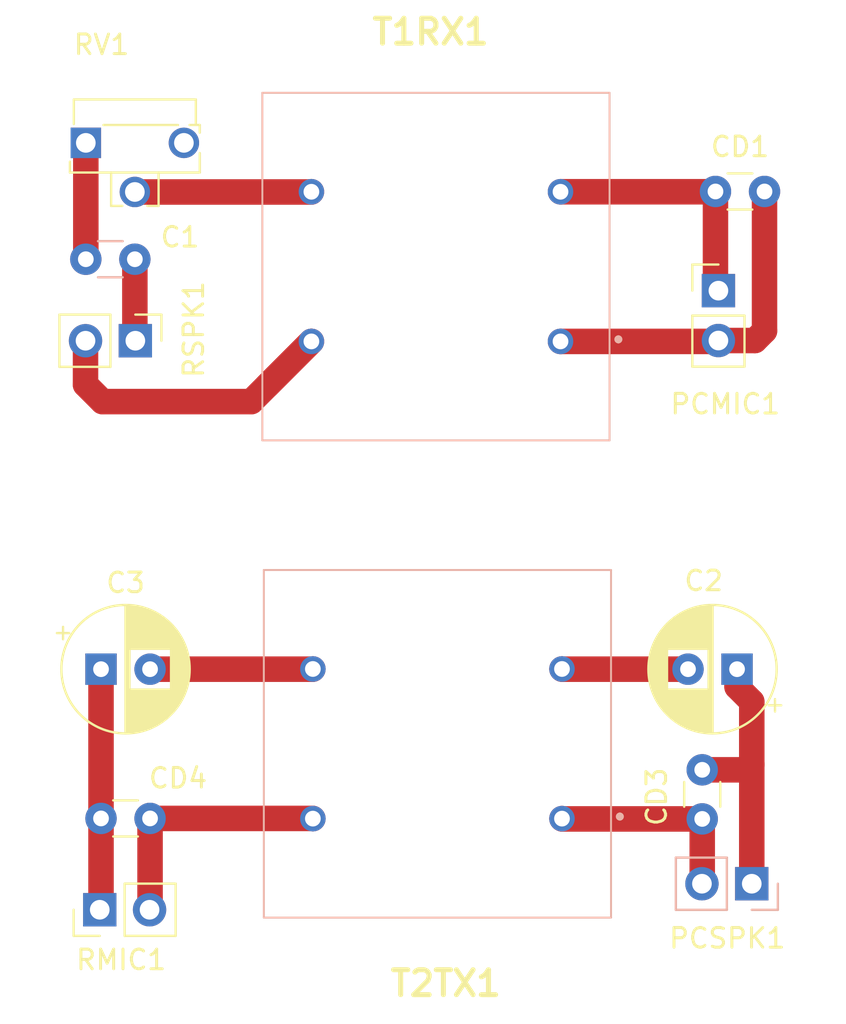
<source format=kicad_pcb>
(kicad_pcb (version 20171130) (host pcbnew 5.1.9-73d0e3b20d~88~ubuntu20.10.1)

  (general
    (thickness 1.6)
    (drawings 5)
    (tracks 40)
    (zones 0)
    (modules 13)
    (nets 13)
  )

  (page User 175.006 175.006)
  (layers
    (0 F.Cu signal)
    (31 B.Cu signal)
    (32 B.Adhes user)
    (33 F.Adhes user)
    (34 B.Paste user)
    (35 F.Paste user)
    (36 B.SilkS user)
    (37 F.SilkS user)
    (38 B.Mask user)
    (39 F.Mask user)
    (40 Dwgs.User user)
    (41 Cmts.User user)
    (42 Eco1.User user)
    (43 Eco2.User user)
    (44 Edge.Cuts user)
    (45 Margin user)
    (46 B.CrtYd user)
    (47 F.CrtYd user)
    (48 B.Fab user)
    (49 F.Fab user)
  )

  (setup
    (last_trace_width 1.3)
    (user_trace_width 1.3)
    (trace_clearance 0.2)
    (zone_clearance 0.508)
    (zone_45_only no)
    (trace_min 0.2)
    (via_size 0.8)
    (via_drill 0.4)
    (via_min_size 0.4)
    (via_min_drill 0.3)
    (uvia_size 0.3)
    (uvia_drill 0.1)
    (uvias_allowed no)
    (uvia_min_size 0.2)
    (uvia_min_drill 0.1)
    (edge_width 0.05)
    (segment_width 0.2)
    (pcb_text_width 0.3)
    (pcb_text_size 1.5 1.5)
    (mod_edge_width 0.12)
    (mod_text_size 1 1)
    (mod_text_width 0.15)
    (pad_size 1.524 1.524)
    (pad_drill 0.762)
    (pad_to_mask_clearance 0)
    (aux_axis_origin 0 0)
    (visible_elements FFFFFF7F)
    (pcbplotparams
      (layerselection 0x010fc_ffffffff)
      (usegerberextensions false)
      (usegerberattributes true)
      (usegerberadvancedattributes true)
      (creategerberjobfile true)
      (excludeedgelayer true)
      (linewidth 0.100000)
      (plotframeref false)
      (viasonmask false)
      (mode 1)
      (useauxorigin false)
      (hpglpennumber 1)
      (hpglpenspeed 20)
      (hpglpendiameter 15.000000)
      (psnegative false)
      (psa4output false)
      (plotreference true)
      (plotvalue true)
      (plotinvisibletext false)
      (padsonsilk false)
      (subtractmaskfromsilk false)
      (outputformat 1)
      (mirror false)
      (drillshape 1)
      (scaleselection 1)
      (outputdirectory ""))
  )

  (net 0 "")
  (net 1 "Net-(C1-Pad2)")
  (net 2 "Net-(C2-Pad1)")
  (net 3 "Net-(CD1-Pad1)")
  (net 4 "Net-(CD1-Pad2)")
  (net 5 "Net-(CD4-Pad2)")
  (net 6 "Net-(C3-Pad2)")
  (net 7 "Net-(C2-Pad2)")
  (net 8 "Net-(CD3-Pad2)")
  (net 9 "Net-(C3-Pad1)")
  (net 10 "Net-(RV1-Pad2)")
  (net 11 "Net-(C1-Pad1)")
  (net 12 "Net-(RSPK1-PadS)")

  (net_class Default "This is the default net class."
    (clearance 0.2)
    (trace_width 0.25)
    (via_dia 0.8)
    (via_drill 0.4)
    (uvia_dia 0.3)
    (uvia_drill 0.1)
    (add_net "Net-(C1-Pad1)")
    (add_net "Net-(C1-Pad2)")
    (add_net "Net-(C2-Pad1)")
    (add_net "Net-(C2-Pad2)")
    (add_net "Net-(C3-Pad1)")
    (add_net "Net-(C3-Pad2)")
    (add_net "Net-(CD1-Pad1)")
    (add_net "Net-(CD1-Pad2)")
    (add_net "Net-(CD3-Pad2)")
    (add_net "Net-(CD4-Pad2)")
    (add_net "Net-(RSPK1-PadS)")
    (add_net "Net-(RV1-Pad2)")
  )

  (module footprints:Custom_PinHeader_1x02_P2.54mm_Vertical (layer F.Cu) (tedit 5FE7FC0B) (tstamp 5FE92757)
    (at 72.01 101.25 90)
    (descr "Through hole straight pin header, 1x02, 2.54mm pitch, single row")
    (tags "Through hole pin header THT 1x02 2.54mm single row")
    (path /5FD6C342)
    (fp_text reference RMIC1 (at -2.55 1.09 180) (layer F.SilkS)
      (effects (font (size 1 1) (thickness 0.15)))
    )
    (fp_text value "RMIC (12v)" (at -4.35 0.99 180) (layer F.Fab)
      (effects (font (size 1 1) (thickness 0.15)))
    )
    (fp_line (start -0.635 -1.27) (end 1.27 -1.27) (layer F.Fab) (width 0.1))
    (fp_line (start 1.27 -1.27) (end 1.27 3.81) (layer F.Fab) (width 0.1))
    (fp_line (start 1.27 3.81) (end -1.27 3.81) (layer F.Fab) (width 0.1))
    (fp_line (start -1.27 3.81) (end -1.27 -0.635) (layer F.Fab) (width 0.1))
    (fp_line (start -1.27 -0.635) (end -0.635 -1.27) (layer F.Fab) (width 0.1))
    (fp_line (start -1.33 3.87) (end 1.33 3.87) (layer F.SilkS) (width 0.12))
    (fp_line (start -1.33 1.27) (end -1.33 3.87) (layer F.SilkS) (width 0.12))
    (fp_line (start 1.33 1.27) (end 1.33 3.87) (layer F.SilkS) (width 0.12))
    (fp_line (start -1.33 1.27) (end 1.33 1.27) (layer F.SilkS) (width 0.12))
    (fp_line (start -1.33 0) (end -1.33 -1.33) (layer F.SilkS) (width 0.12))
    (fp_line (start -1.33 -1.33) (end 0 -1.33) (layer F.SilkS) (width 0.12))
    (fp_line (start -1.8 -1.8) (end -1.8 4.35) (layer F.CrtYd) (width 0.05))
    (fp_line (start -1.8 4.35) (end 1.8 4.35) (layer F.CrtYd) (width 0.05))
    (fp_line (start 1.8 4.35) (end 1.8 -1.8) (layer F.CrtYd) (width 0.05))
    (fp_line (start 1.8 -1.8) (end -1.8 -1.8) (layer F.CrtYd) (width 0.05))
    (pad T thru_hole rect (at 0 0 90) (size 1.7 1.7) (drill 1) (layers *.Cu *.Mask)
      (net 9 "Net-(C3-Pad1)"))
    (pad S thru_hole oval (at 0 2.54 90) (size 1.7 1.7) (drill 1) (layers *.Cu *.Mask)
      (net 5 "Net-(CD4-Pad2)"))
  )

  (module footprints:Custom_PinHeader_1x02_P2.54mm_Vertical (layer B.Cu) (tedit 5FE7FC0B) (tstamp 5FE8B99F)
    (at 105.25 99.925 90)
    (descr "Through hole straight pin header, 1x02, 2.54mm pitch, single row")
    (tags "Through hole pin header THT 1x02 2.54mm single row")
    (path /5FD6C349)
    (fp_text reference PCSPK1 (at -2.775 -1.25 180) (layer F.SilkS)
      (effects (font (size 1 1) (thickness 0.15)))
    )
    (fp_text value PC_SPK (at -5.075 -1.25) (layer F.Fab)
      (effects (font (size 1 1) (thickness 0.15)))
    )
    (fp_line (start -0.635 1.27) (end 1.27 1.27) (layer B.Fab) (width 0.1))
    (fp_line (start 1.27 1.27) (end 1.27 -3.81) (layer B.Fab) (width 0.1))
    (fp_line (start 1.27 -3.81) (end -1.27 -3.81) (layer B.Fab) (width 0.1))
    (fp_line (start -1.27 -3.81) (end -1.27 0.635) (layer B.Fab) (width 0.1))
    (fp_line (start -1.27 0.635) (end -0.635 1.27) (layer B.Fab) (width 0.1))
    (fp_line (start -1.33 -3.87) (end 1.33 -3.87) (layer B.SilkS) (width 0.12))
    (fp_line (start -1.33 -1.27) (end -1.33 -3.87) (layer B.SilkS) (width 0.12))
    (fp_line (start 1.33 -1.27) (end 1.33 -3.87) (layer B.SilkS) (width 0.12))
    (fp_line (start -1.33 -1.27) (end 1.33 -1.27) (layer B.SilkS) (width 0.12))
    (fp_line (start -1.33 0) (end -1.33 1.33) (layer B.SilkS) (width 0.12))
    (fp_line (start -1.33 1.33) (end 0 1.33) (layer B.SilkS) (width 0.12))
    (fp_line (start -1.8 1.8) (end -1.8 -4.35) (layer B.CrtYd) (width 0.05))
    (fp_line (start -1.8 -4.35) (end 1.8 -4.35) (layer B.CrtYd) (width 0.05))
    (fp_line (start 1.8 -4.35) (end 1.8 1.8) (layer B.CrtYd) (width 0.05))
    (fp_line (start 1.8 1.8) (end -1.8 1.8) (layer B.CrtYd) (width 0.05))
    (fp_text user %R (at 0 -1.27 -90) (layer B.Fab)
      (effects (font (size 1 1) (thickness 0.15)) (justify mirror))
    )
    (pad T thru_hole rect (at 0 0 90) (size 1.7 1.7) (drill 1) (layers *.Cu *.Mask)
      (net 2 "Net-(C2-Pad1)"))
    (pad S thru_hole oval (at 0 -2.54 90) (size 1.7 1.7) (drill 1) (layers *.Cu *.Mask)
      (net 8 "Net-(CD3-Pad2)"))
  )

  (module footprints:Custom_PinHeader_1x02_P2.54mm_Vertical (layer F.Cu) (tedit 5FE7FC0B) (tstamp 5FE8BBB0)
    (at 73.825 72.275 270)
    (descr "Through hole straight pin header, 1x02, 2.54mm pitch, single row")
    (tags "Through hole pin header THT 1x02 2.54mm single row")
    (path /5FCBF2C7)
    (fp_text reference RSPK1 (at -0.575 -2.975 90) (layer F.SilkS)
      (effects (font (size 1 1) (thickness 0.15)))
    )
    (fp_text value RSPK (at 0.275 5.2 90) (layer F.Fab)
      (effects (font (size 1 1) (thickness 0.15)))
    )
    (fp_line (start -0.635 -1.27) (end 1.27 -1.27) (layer F.Fab) (width 0.1))
    (fp_line (start 1.27 -1.27) (end 1.27 3.81) (layer F.Fab) (width 0.1))
    (fp_line (start 1.27 3.81) (end -1.27 3.81) (layer F.Fab) (width 0.1))
    (fp_line (start -1.27 3.81) (end -1.27 -0.635) (layer F.Fab) (width 0.1))
    (fp_line (start -1.27 -0.635) (end -0.635 -1.27) (layer F.Fab) (width 0.1))
    (fp_line (start -1.33 3.87) (end 1.33 3.87) (layer F.SilkS) (width 0.12))
    (fp_line (start -1.33 1.27) (end -1.33 3.87) (layer F.SilkS) (width 0.12))
    (fp_line (start 1.33 1.27) (end 1.33 3.87) (layer F.SilkS) (width 0.12))
    (fp_line (start -1.33 1.27) (end 1.33 1.27) (layer F.SilkS) (width 0.12))
    (fp_line (start -1.33 0) (end -1.33 -1.33) (layer F.SilkS) (width 0.12))
    (fp_line (start -1.33 -1.33) (end 0 -1.33) (layer F.SilkS) (width 0.12))
    (fp_line (start -1.8 -1.8) (end -1.8 4.35) (layer F.CrtYd) (width 0.05))
    (fp_line (start -1.8 4.35) (end 1.8 4.35) (layer F.CrtYd) (width 0.05))
    (fp_line (start 1.8 4.35) (end 1.8 -1.8) (layer F.CrtYd) (width 0.05))
    (fp_line (start 1.8 -1.8) (end -1.8 -1.8) (layer F.CrtYd) (width 0.05))
    (pad T thru_hole rect (at 0 0 270) (size 1.7 1.7) (drill 1) (layers *.Cu *.Mask)
      (net 11 "Net-(C1-Pad1)"))
    (pad S thru_hole oval (at 0 2.54 270) (size 1.7 1.7) (drill 1) (layers *.Cu *.Mask)
      (net 12 "Net-(RSPK1-PadS)"))
  )

  (module footprints:Custom_PinHeader_1x02_P2.54mm_Vertical (layer F.Cu) (tedit 5FE7FC0B) (tstamp 5FE8B973)
    (at 103.55 69.725)
    (descr "Through hole straight pin header, 1x02, 2.54mm pitch, single row")
    (tags "Through hole pin header THT 1x02 2.54mm single row")
    (path /5FD127BA)
    (fp_text reference PCMIC1 (at 0.35 5.775) (layer F.SilkS)
      (effects (font (size 1 1) (thickness 0.15)))
    )
    (fp_text value PC_MIC (at 0.45 7.775) (layer F.Fab)
      (effects (font (size 1 1) (thickness 0.15)))
    )
    (fp_line (start -0.635 -1.27) (end 1.27 -1.27) (layer F.Fab) (width 0.1))
    (fp_line (start 1.27 -1.27) (end 1.27 3.81) (layer F.Fab) (width 0.1))
    (fp_line (start 1.27 3.81) (end -1.27 3.81) (layer F.Fab) (width 0.1))
    (fp_line (start -1.27 3.81) (end -1.27 -0.635) (layer F.Fab) (width 0.1))
    (fp_line (start -1.27 -0.635) (end -0.635 -1.27) (layer F.Fab) (width 0.1))
    (fp_line (start -1.33 3.87) (end 1.33 3.87) (layer F.SilkS) (width 0.12))
    (fp_line (start -1.33 1.27) (end -1.33 3.87) (layer F.SilkS) (width 0.12))
    (fp_line (start 1.33 1.27) (end 1.33 3.87) (layer F.SilkS) (width 0.12))
    (fp_line (start -1.33 1.27) (end 1.33 1.27) (layer F.SilkS) (width 0.12))
    (fp_line (start -1.33 0) (end -1.33 -1.33) (layer F.SilkS) (width 0.12))
    (fp_line (start -1.33 -1.33) (end 0 -1.33) (layer F.SilkS) (width 0.12))
    (fp_line (start -1.8 -1.8) (end -1.8 4.35) (layer F.CrtYd) (width 0.05))
    (fp_line (start -1.8 4.35) (end 1.8 4.35) (layer F.CrtYd) (width 0.05))
    (fp_line (start 1.8 4.35) (end 1.8 -1.8) (layer F.CrtYd) (width 0.05))
    (fp_line (start 1.8 -1.8) (end -1.8 -1.8) (layer F.CrtYd) (width 0.05))
    (fp_text user %R (at 0 1.27 90) (layer F.Fab)
      (effects (font (size 1 1) (thickness 0.15)))
    )
    (pad T thru_hole rect (at 0 0) (size 1.7 1.7) (drill 1) (layers *.Cu *.Mask)
      (net 3 "Net-(CD1-Pad1)"))
    (pad S thru_hole oval (at 0 2.54) (size 1.7 1.7) (drill 1) (layers *.Cu *.Mask)
      (net 4 "Net-(CD1-Pad2)"))
  )

  (module Capacitor_THT:C_Disc_D3.0mm_W1.6mm_P2.50mm (layer F.Cu) (tedit 5AE50EF0) (tstamp 5FE77CE5)
    (at 72.075 96.6)
    (descr "C, Disc series, Radial, pin pitch=2.50mm, , diameter*width=3.0*1.6mm^2, Capacitor, http://www.vishay.com/docs/45233/krseries.pdf")
    (tags "C Disc series Radial pin pitch 2.50mm  diameter 3.0mm width 1.6mm Capacitor")
    (path /5FD73FBE)
    (fp_text reference CD4 (at 3.925 -2.05) (layer F.SilkS)
      (effects (font (size 1 1) (thickness 0.15)))
    )
    (fp_text value 1nF (at 1.25 2.05) (layer F.Fab)
      (effects (font (size 1 1) (thickness 0.15)))
    )
    (fp_line (start -0.25 -0.8) (end -0.25 0.8) (layer F.Fab) (width 0.1))
    (fp_line (start -0.25 0.8) (end 2.75 0.8) (layer F.Fab) (width 0.1))
    (fp_line (start 2.75 0.8) (end 2.75 -0.8) (layer F.Fab) (width 0.1))
    (fp_line (start 2.75 -0.8) (end -0.25 -0.8) (layer F.Fab) (width 0.1))
    (fp_line (start 0.621 -0.92) (end 1.879 -0.92) (layer F.SilkS) (width 0.12))
    (fp_line (start 0.621 0.92) (end 1.879 0.92) (layer F.SilkS) (width 0.12))
    (fp_line (start -1.05 -1.05) (end -1.05 1.05) (layer F.CrtYd) (width 0.05))
    (fp_line (start -1.05 1.05) (end 3.55 1.05) (layer F.CrtYd) (width 0.05))
    (fp_line (start 3.55 1.05) (end 3.55 -1.05) (layer F.CrtYd) (width 0.05))
    (fp_line (start 3.55 -1.05) (end -1.05 -1.05) (layer F.CrtYd) (width 0.05))
    (fp_text user %R (at 1.25 0 90) (layer F.Fab)
      (effects (font (size 0.6 0.6) (thickness 0.09)))
    )
    (pad 2 thru_hole circle (at 2.5 0) (size 1.6 1.6) (drill 0.8) (layers *.Cu *.Mask)
      (net 5 "Net-(CD4-Pad2)"))
    (pad 1 thru_hole circle (at 0 0) (size 1.6 1.6) (drill 0.8) (layers *.Cu *.Mask)
      (net 9 "Net-(C3-Pad1)"))
    (model ${KIPRJMOD}/models/RCE5C1H6R0D0DBH03A.STEP
      (offset (xyz 1.25 0 0))
      (scale (xyz 1 1 1))
      (rotate (xyz -90 0 0))
    )
  )

  (module Capacitor_THT:C_Disc_D3.0mm_W1.6mm_P2.50mm (layer F.Cu) (tedit 5AE50EF0) (tstamp 5FE92875)
    (at 102.725 94.125 270)
    (descr "C, Disc series, Radial, pin pitch=2.50mm, , diameter*width=3.0*1.6mm^2, Capacitor, http://www.vishay.com/docs/45233/krseries.pdf")
    (tags "C Disc series Radial pin pitch 2.50mm  diameter 3.0mm width 1.6mm Capacitor")
    (path /5FD4DB7A)
    (fp_text reference CD3 (at 1.375 2.325 90) (layer F.SilkS)
      (effects (font (size 1 1) (thickness 0.15)))
    )
    (fp_text value 1nF (at 1.075 -4.175 90) (layer F.Fab)
      (effects (font (size 1 1) (thickness 0.15)))
    )
    (fp_line (start -0.25 -0.8) (end -0.25 0.8) (layer F.Fab) (width 0.1))
    (fp_line (start -0.25 0.8) (end 2.75 0.8) (layer F.Fab) (width 0.1))
    (fp_line (start 2.75 0.8) (end 2.75 -0.8) (layer F.Fab) (width 0.1))
    (fp_line (start 2.75 -0.8) (end -0.25 -0.8) (layer F.Fab) (width 0.1))
    (fp_line (start 0.621 -0.92) (end 1.879 -0.92) (layer F.SilkS) (width 0.12))
    (fp_line (start 0.621 0.92) (end 1.879 0.92) (layer F.SilkS) (width 0.12))
    (fp_line (start -1.05 -1.05) (end -1.05 1.05) (layer F.CrtYd) (width 0.05))
    (fp_line (start -1.05 1.05) (end 3.55 1.05) (layer F.CrtYd) (width 0.05))
    (fp_line (start 3.55 1.05) (end 3.55 -1.05) (layer F.CrtYd) (width 0.05))
    (fp_line (start 3.55 -1.05) (end -1.05 -1.05) (layer F.CrtYd) (width 0.05))
    (fp_text user %R (at 1.25 0 90) (layer F.Fab)
      (effects (font (size 0.6 0.6) (thickness 0.09)))
    )
    (pad 2 thru_hole circle (at 2.5 0 270) (size 1.6 1.6) (drill 0.8) (layers *.Cu *.Mask)
      (net 8 "Net-(CD3-Pad2)"))
    (pad 1 thru_hole circle (at 0 0 270) (size 1.6 1.6) (drill 0.8) (layers *.Cu *.Mask)
      (net 2 "Net-(C2-Pad1)"))
    (model ${KIPRJMOD}/models/RCE5C1H6R0D0DBH03A.STEP
      (offset (xyz 1.25 0 -0.5))
      (scale (xyz 1 1 1))
      (rotate (xyz -90 0 0))
    )
  )

  (module Capacitor_THT:C_Disc_D3.0mm_W1.6mm_P2.50mm (layer F.Cu) (tedit 5AE50EF0) (tstamp 5FE7720F)
    (at 103.4 64.675)
    (descr "C, Disc series, Radial, pin pitch=2.50mm, , diameter*width=3.0*1.6mm^2, Capacitor, http://www.vishay.com/docs/45233/krseries.pdf")
    (tags "C Disc series Radial pin pitch 2.50mm  diameter 3.0mm width 1.6mm Capacitor")
    (path /5FCF89F9)
    (fp_text reference CD1 (at 1.25 -2.275) (layer F.SilkS)
      (effects (font (size 1 1) (thickness 0.15)))
    )
    (fp_text value 1nF (at 1.25 2.05) (layer F.Fab)
      (effects (font (size 1 1) (thickness 0.15)))
    )
    (fp_line (start -0.25 -0.8) (end -0.25 0.8) (layer F.Fab) (width 0.1))
    (fp_line (start -0.25 0.8) (end 2.75 0.8) (layer F.Fab) (width 0.1))
    (fp_line (start 2.75 0.8) (end 2.75 -0.8) (layer F.Fab) (width 0.1))
    (fp_line (start 2.75 -0.8) (end -0.25 -0.8) (layer F.Fab) (width 0.1))
    (fp_line (start 0.621 -0.92) (end 1.879 -0.92) (layer F.SilkS) (width 0.12))
    (fp_line (start 0.621 0.92) (end 1.879 0.92) (layer F.SilkS) (width 0.12))
    (fp_line (start -1.05 -1.05) (end -1.05 1.05) (layer F.CrtYd) (width 0.05))
    (fp_line (start -1.05 1.05) (end 3.55 1.05) (layer F.CrtYd) (width 0.05))
    (fp_line (start 3.55 1.05) (end 3.55 -1.05) (layer F.CrtYd) (width 0.05))
    (fp_line (start 3.55 -1.05) (end -1.05 -1.05) (layer F.CrtYd) (width 0.05))
    (fp_text user %R (at 1.25 0) (layer F.Fab)
      (effects (font (size 0.6 0.6) (thickness 0.09)))
    )
    (pad 2 thru_hole circle (at 2.5 0) (size 1.6 1.6) (drill 0.8) (layers *.Cu *.Mask)
      (net 4 "Net-(CD1-Pad2)"))
    (pad 1 thru_hole circle (at 0 0) (size 1.6 1.6) (drill 0.8) (layers *.Cu *.Mask)
      (net 3 "Net-(CD1-Pad1)"))
    (model ${KIPRJMOD}/models/RCE5C1H6R0D0DBH03A.STEP
      (offset (xyz 1.25 0 -0.5))
      (scale (xyz 1 1 1))
      (rotate (xyz -90 0 0))
    )
  )

  (module Capacitor_THT:C_Disc_D3.0mm_W1.6mm_P2.50mm (layer B.Cu) (tedit 5AE50EF0) (tstamp 5FE906FE)
    (at 73.8 68.125 180)
    (descr "C, Disc series, Radial, pin pitch=2.50mm, , diameter*width=3.0*1.6mm^2, Capacitor, http://www.vishay.com/docs/45233/krseries.pdf")
    (tags "C Disc series Radial pin pitch 2.50mm  diameter 3.0mm width 1.6mm Capacitor")
    (path /5FCBC700)
    (fp_text reference C1 (at -2.3 1.125 180) (layer F.SilkS)
      (effects (font (size 1 1) (thickness 0.15)))
    )
    (fp_text value 100nF (at 4.7 0.775 270) (layer F.Fab)
      (effects (font (size 1 1) (thickness 0.15)))
    )
    (fp_line (start -0.25 0.8) (end -0.25 -0.8) (layer B.Fab) (width 0.1))
    (fp_line (start -0.25 -0.8) (end 2.75 -0.8) (layer B.Fab) (width 0.1))
    (fp_line (start 2.75 -0.8) (end 2.75 0.8) (layer B.Fab) (width 0.1))
    (fp_line (start 2.75 0.8) (end -0.25 0.8) (layer B.Fab) (width 0.1))
    (fp_line (start 0.621 0.92) (end 1.879 0.92) (layer B.SilkS) (width 0.12))
    (fp_line (start 0.621 -0.92) (end 1.879 -0.92) (layer B.SilkS) (width 0.12))
    (fp_line (start -1.05 1.05) (end -1.05 -1.05) (layer B.CrtYd) (width 0.05))
    (fp_line (start -1.05 -1.05) (end 3.55 -1.05) (layer B.CrtYd) (width 0.05))
    (fp_line (start 3.55 -1.05) (end 3.55 1.05) (layer B.CrtYd) (width 0.05))
    (fp_line (start 3.55 1.05) (end -1.05 1.05) (layer B.CrtYd) (width 0.05))
    (fp_text user %R (at 4.425 5.4) (layer F.Fab)
      (effects (font (size 0.6 0.6) (thickness 0.09)))
    )
    (pad 2 thru_hole circle (at 2.5 0 180) (size 1.6 1.6) (drill 0.8) (layers *.Cu *.Mask)
      (net 1 "Net-(C1-Pad2)"))
    (pad 1 thru_hole circle (at 0 0 180) (size 1.6 1.6) (drill 0.8) (layers *.Cu *.Mask)
      (net 11 "Net-(C1-Pad1)"))
    (model ${KIPRJMOD}/models/RCE5C1H6R0D0DBH03A.STEP
      (offset (xyz 1.25 0 -1))
      (scale (xyz 1 1 1))
      (rotate (xyz 90 0 0))
    )
  )

  (module Potentiometer_THT:Potentiometer_Runtron_RM-063_Horizontal (layer F.Cu) (tedit 5BF67573) (tstamp 5FE95959)
    (at 71.3 62.2)
    (descr "Potentiometer, horizontal, Trimmer, RM-063 http://www.runtron.com/down/PDF%20Datasheet/Carbon%20Film%20Potentiometer/RM065%20RM063.pdf")
    (tags "Potentiometer Trimmer RM-063")
    (path /5FE6BF12)
    (fp_text reference RV1 (at 0.8 -5) (layer F.SilkS)
      (effects (font (size 1 1) (thickness 0.15)))
    )
    (fp_text value 10k (at 4.4 -5) (layer F.Fab)
      (effects (font (size 1 1) (thickness 0.15)))
    )
    (fp_text user %R (at 2.5 0.3) (layer F.Fab)
      (effects (font (size 1 1) (thickness 0.15)))
    )
    (fp_line (start -0.7 -0.8) (end -0.7 1.4) (layer F.Fab) (width 0.1))
    (fp_line (start 5.7 1.4) (end 5.7 -0.8) (layer F.Fab) (width 0.1))
    (fp_line (start -0.5 -0.8) (end -0.5 -2.1) (layer F.Fab) (width 0.1))
    (fp_line (start -0.5 -2.1) (end 5.5 -2.1) (layer F.Fab) (width 0.1))
    (fp_line (start 5.5 -0.8) (end 5.5 -2.1) (layer F.Fab) (width 0.1))
    (fp_line (start 5.7 -0.8) (end -0.7 -0.8) (layer F.Fab) (width 0.1))
    (fp_line (start 6.03 3.53) (end -1.03 3.53) (layer F.CrtYd) (width 0.05))
    (fp_line (start 6.03 3.53) (end 6.03 -2.35) (layer F.CrtYd) (width 0.05))
    (fp_line (start -1.03 -2.35) (end -1.03 3.53) (layer F.CrtYd) (width 0.05))
    (fp_line (start -1.03 -2.35) (end 6.03 -2.35) (layer F.CrtYd) (width 0.05))
    (fp_line (start 5.7 1.4) (end -0.7 1.4) (layer F.Fab) (width 0.1))
    (fp_line (start 3.6 1.4) (end 3.6 3.1) (layer F.Fab) (width 0.1))
    (fp_line (start 1.4 3.1) (end 1.4 1.4) (layer F.Fab) (width 0.1))
    (fp_line (start 3.6 3.1) (end 1.4 3.1) (layer F.Fab) (width 0.1))
    (fp_line (start -0.61 -0.96) (end -0.61 -2.2) (layer F.SilkS) (width 0.12))
    (fp_line (start -0.61 -2.21) (end 5.61 -2.21) (layer F.SilkS) (width 0.12))
    (fp_line (start 5.61 -2.21) (end 5.61 -0.91) (layer F.SilkS) (width 0.12))
    (fp_line (start 0.9 -0.91) (end 4.7 -0.91) (layer F.SilkS) (width 0.12))
    (fp_line (start -0.81 0.96) (end -0.81 1.51) (layer F.SilkS) (width 0.12))
    (fp_line (start -0.81 1.51) (end 5.81 1.51) (layer F.SilkS) (width 0.12))
    (fp_line (start 5.81 1.51) (end 5.81 0.52) (layer F.SilkS) (width 0.12))
    (fp_line (start 5.29 -0.91) (end 5.81 -0.91) (layer F.SilkS) (width 0.12))
    (fp_line (start 5.81 -0.91) (end 5.81 -0.52) (layer F.SilkS) (width 0.12))
    (fp_line (start 1.29 1.51) (end 1.29 3.21) (layer F.SilkS) (width 0.12))
    (fp_line (start 3.71 1.51) (end 3.71 3.21) (layer F.SilkS) (width 0.12))
    (fp_line (start 1.29 3.21) (end 1.86 3.21) (layer F.SilkS) (width 0.12))
    (fp_line (start 3.14 3.21) (end 3.71 3.21) (layer F.SilkS) (width 0.12))
    (pad 2 thru_hole circle (at 2.5 2.5) (size 1.55 1.55) (drill 1) (layers *.Cu *.Mask)
      (net 10 "Net-(RV1-Pad2)"))
    (pad 1 thru_hole rect (at 0 0) (size 1.55 1.55) (drill 1) (layers *.Cu *.Mask)
      (net 1 "Net-(C1-Pad2)"))
    (pad 3 thru_hole circle (at 5 0) (size 1.55 1.55) (drill 1) (layers *.Cu *.Mask))
    (model "${KIPRJMOD}/models/Pot - RES_VAR1.STEP"
      (offset (xyz 2.5 0 2.5))
      (scale (xyz 1 1 1))
      (rotate (xyz -90 0 0))
    )
  )

  (module Capacitor_THT:CP_Radial_D6.3mm_P2.50mm (layer F.Cu) (tedit 5AE50EF0) (tstamp 5FE91224)
    (at 72.075 89)
    (descr "CP, Radial series, Radial, pin pitch=2.50mm, , diameter=6.3mm, Electrolytic Capacitor")
    (tags "CP Radial series Radial pin pitch 2.50mm  diameter 6.3mm Electrolytic Capacitor")
    (path /5FCDF25F)
    (fp_text reference C3 (at 1.25 -4.4) (layer F.SilkS)
      (effects (font (size 1 1) (thickness 0.15)))
    )
    (fp_text value 1uF (at 4.425 -4.5) (layer F.Fab)
      (effects (font (size 1 1) (thickness 0.15)))
    )
    (fp_line (start -1.935241 -2.154) (end -1.935241 -1.524) (layer F.SilkS) (width 0.12))
    (fp_line (start -2.250241 -1.839) (end -1.620241 -1.839) (layer F.SilkS) (width 0.12))
    (fp_line (start 4.491 -0.402) (end 4.491 0.402) (layer F.SilkS) (width 0.12))
    (fp_line (start 4.451 -0.633) (end 4.451 0.633) (layer F.SilkS) (width 0.12))
    (fp_line (start 4.411 -0.802) (end 4.411 0.802) (layer F.SilkS) (width 0.12))
    (fp_line (start 4.371 -0.94) (end 4.371 0.94) (layer F.SilkS) (width 0.12))
    (fp_line (start 4.331 -1.059) (end 4.331 1.059) (layer F.SilkS) (width 0.12))
    (fp_line (start 4.291 -1.165) (end 4.291 1.165) (layer F.SilkS) (width 0.12))
    (fp_line (start 4.251 -1.262) (end 4.251 1.262) (layer F.SilkS) (width 0.12))
    (fp_line (start 4.211 -1.35) (end 4.211 1.35) (layer F.SilkS) (width 0.12))
    (fp_line (start 4.171 -1.432) (end 4.171 1.432) (layer F.SilkS) (width 0.12))
    (fp_line (start 4.131 -1.509) (end 4.131 1.509) (layer F.SilkS) (width 0.12))
    (fp_line (start 4.091 -1.581) (end 4.091 1.581) (layer F.SilkS) (width 0.12))
    (fp_line (start 4.051 -1.65) (end 4.051 1.65) (layer F.SilkS) (width 0.12))
    (fp_line (start 4.011 -1.714) (end 4.011 1.714) (layer F.SilkS) (width 0.12))
    (fp_line (start 3.971 -1.776) (end 3.971 1.776) (layer F.SilkS) (width 0.12))
    (fp_line (start 3.931 -1.834) (end 3.931 1.834) (layer F.SilkS) (width 0.12))
    (fp_line (start 3.891 -1.89) (end 3.891 1.89) (layer F.SilkS) (width 0.12))
    (fp_line (start 3.851 -1.944) (end 3.851 1.944) (layer F.SilkS) (width 0.12))
    (fp_line (start 3.811 -1.995) (end 3.811 1.995) (layer F.SilkS) (width 0.12))
    (fp_line (start 3.771 -2.044) (end 3.771 2.044) (layer F.SilkS) (width 0.12))
    (fp_line (start 3.731 -2.092) (end 3.731 2.092) (layer F.SilkS) (width 0.12))
    (fp_line (start 3.691 -2.137) (end 3.691 2.137) (layer F.SilkS) (width 0.12))
    (fp_line (start 3.651 -2.182) (end 3.651 2.182) (layer F.SilkS) (width 0.12))
    (fp_line (start 3.611 -2.224) (end 3.611 2.224) (layer F.SilkS) (width 0.12))
    (fp_line (start 3.571 -2.265) (end 3.571 2.265) (layer F.SilkS) (width 0.12))
    (fp_line (start 3.531 1.04) (end 3.531 2.305) (layer F.SilkS) (width 0.12))
    (fp_line (start 3.531 -2.305) (end 3.531 -1.04) (layer F.SilkS) (width 0.12))
    (fp_line (start 3.491 1.04) (end 3.491 2.343) (layer F.SilkS) (width 0.12))
    (fp_line (start 3.491 -2.343) (end 3.491 -1.04) (layer F.SilkS) (width 0.12))
    (fp_line (start 3.451 1.04) (end 3.451 2.38) (layer F.SilkS) (width 0.12))
    (fp_line (start 3.451 -2.38) (end 3.451 -1.04) (layer F.SilkS) (width 0.12))
    (fp_line (start 3.411 1.04) (end 3.411 2.416) (layer F.SilkS) (width 0.12))
    (fp_line (start 3.411 -2.416) (end 3.411 -1.04) (layer F.SilkS) (width 0.12))
    (fp_line (start 3.371 1.04) (end 3.371 2.45) (layer F.SilkS) (width 0.12))
    (fp_line (start 3.371 -2.45) (end 3.371 -1.04) (layer F.SilkS) (width 0.12))
    (fp_line (start 3.331 1.04) (end 3.331 2.484) (layer F.SilkS) (width 0.12))
    (fp_line (start 3.331 -2.484) (end 3.331 -1.04) (layer F.SilkS) (width 0.12))
    (fp_line (start 3.291 1.04) (end 3.291 2.516) (layer F.SilkS) (width 0.12))
    (fp_line (start 3.291 -2.516) (end 3.291 -1.04) (layer F.SilkS) (width 0.12))
    (fp_line (start 3.251 1.04) (end 3.251 2.548) (layer F.SilkS) (width 0.12))
    (fp_line (start 3.251 -2.548) (end 3.251 -1.04) (layer F.SilkS) (width 0.12))
    (fp_line (start 3.211 1.04) (end 3.211 2.578) (layer F.SilkS) (width 0.12))
    (fp_line (start 3.211 -2.578) (end 3.211 -1.04) (layer F.SilkS) (width 0.12))
    (fp_line (start 3.171 1.04) (end 3.171 2.607) (layer F.SilkS) (width 0.12))
    (fp_line (start 3.171 -2.607) (end 3.171 -1.04) (layer F.SilkS) (width 0.12))
    (fp_line (start 3.131 1.04) (end 3.131 2.636) (layer F.SilkS) (width 0.12))
    (fp_line (start 3.131 -2.636) (end 3.131 -1.04) (layer F.SilkS) (width 0.12))
    (fp_line (start 3.091 1.04) (end 3.091 2.664) (layer F.SilkS) (width 0.12))
    (fp_line (start 3.091 -2.664) (end 3.091 -1.04) (layer F.SilkS) (width 0.12))
    (fp_line (start 3.051 1.04) (end 3.051 2.69) (layer F.SilkS) (width 0.12))
    (fp_line (start 3.051 -2.69) (end 3.051 -1.04) (layer F.SilkS) (width 0.12))
    (fp_line (start 3.011 1.04) (end 3.011 2.716) (layer F.SilkS) (width 0.12))
    (fp_line (start 3.011 -2.716) (end 3.011 -1.04) (layer F.SilkS) (width 0.12))
    (fp_line (start 2.971 1.04) (end 2.971 2.742) (layer F.SilkS) (width 0.12))
    (fp_line (start 2.971 -2.742) (end 2.971 -1.04) (layer F.SilkS) (width 0.12))
    (fp_line (start 2.931 1.04) (end 2.931 2.766) (layer F.SilkS) (width 0.12))
    (fp_line (start 2.931 -2.766) (end 2.931 -1.04) (layer F.SilkS) (width 0.12))
    (fp_line (start 2.891 1.04) (end 2.891 2.79) (layer F.SilkS) (width 0.12))
    (fp_line (start 2.891 -2.79) (end 2.891 -1.04) (layer F.SilkS) (width 0.12))
    (fp_line (start 2.851 1.04) (end 2.851 2.812) (layer F.SilkS) (width 0.12))
    (fp_line (start 2.851 -2.812) (end 2.851 -1.04) (layer F.SilkS) (width 0.12))
    (fp_line (start 2.811 1.04) (end 2.811 2.834) (layer F.SilkS) (width 0.12))
    (fp_line (start 2.811 -2.834) (end 2.811 -1.04) (layer F.SilkS) (width 0.12))
    (fp_line (start 2.771 1.04) (end 2.771 2.856) (layer F.SilkS) (width 0.12))
    (fp_line (start 2.771 -2.856) (end 2.771 -1.04) (layer F.SilkS) (width 0.12))
    (fp_line (start 2.731 1.04) (end 2.731 2.876) (layer F.SilkS) (width 0.12))
    (fp_line (start 2.731 -2.876) (end 2.731 -1.04) (layer F.SilkS) (width 0.12))
    (fp_line (start 2.691 1.04) (end 2.691 2.896) (layer F.SilkS) (width 0.12))
    (fp_line (start 2.691 -2.896) (end 2.691 -1.04) (layer F.SilkS) (width 0.12))
    (fp_line (start 2.651 1.04) (end 2.651 2.916) (layer F.SilkS) (width 0.12))
    (fp_line (start 2.651 -2.916) (end 2.651 -1.04) (layer F.SilkS) (width 0.12))
    (fp_line (start 2.611 1.04) (end 2.611 2.934) (layer F.SilkS) (width 0.12))
    (fp_line (start 2.611 -2.934) (end 2.611 -1.04) (layer F.SilkS) (width 0.12))
    (fp_line (start 2.571 1.04) (end 2.571 2.952) (layer F.SilkS) (width 0.12))
    (fp_line (start 2.571 -2.952) (end 2.571 -1.04) (layer F.SilkS) (width 0.12))
    (fp_line (start 2.531 1.04) (end 2.531 2.97) (layer F.SilkS) (width 0.12))
    (fp_line (start 2.531 -2.97) (end 2.531 -1.04) (layer F.SilkS) (width 0.12))
    (fp_line (start 2.491 1.04) (end 2.491 2.986) (layer F.SilkS) (width 0.12))
    (fp_line (start 2.491 -2.986) (end 2.491 -1.04) (layer F.SilkS) (width 0.12))
    (fp_line (start 2.451 1.04) (end 2.451 3.002) (layer F.SilkS) (width 0.12))
    (fp_line (start 2.451 -3.002) (end 2.451 -1.04) (layer F.SilkS) (width 0.12))
    (fp_line (start 2.411 1.04) (end 2.411 3.018) (layer F.SilkS) (width 0.12))
    (fp_line (start 2.411 -3.018) (end 2.411 -1.04) (layer F.SilkS) (width 0.12))
    (fp_line (start 2.371 1.04) (end 2.371 3.033) (layer F.SilkS) (width 0.12))
    (fp_line (start 2.371 -3.033) (end 2.371 -1.04) (layer F.SilkS) (width 0.12))
    (fp_line (start 2.331 1.04) (end 2.331 3.047) (layer F.SilkS) (width 0.12))
    (fp_line (start 2.331 -3.047) (end 2.331 -1.04) (layer F.SilkS) (width 0.12))
    (fp_line (start 2.291 1.04) (end 2.291 3.061) (layer F.SilkS) (width 0.12))
    (fp_line (start 2.291 -3.061) (end 2.291 -1.04) (layer F.SilkS) (width 0.12))
    (fp_line (start 2.251 1.04) (end 2.251 3.074) (layer F.SilkS) (width 0.12))
    (fp_line (start 2.251 -3.074) (end 2.251 -1.04) (layer F.SilkS) (width 0.12))
    (fp_line (start 2.211 1.04) (end 2.211 3.086) (layer F.SilkS) (width 0.12))
    (fp_line (start 2.211 -3.086) (end 2.211 -1.04) (layer F.SilkS) (width 0.12))
    (fp_line (start 2.171 1.04) (end 2.171 3.098) (layer F.SilkS) (width 0.12))
    (fp_line (start 2.171 -3.098) (end 2.171 -1.04) (layer F.SilkS) (width 0.12))
    (fp_line (start 2.131 1.04) (end 2.131 3.11) (layer F.SilkS) (width 0.12))
    (fp_line (start 2.131 -3.11) (end 2.131 -1.04) (layer F.SilkS) (width 0.12))
    (fp_line (start 2.091 1.04) (end 2.091 3.121) (layer F.SilkS) (width 0.12))
    (fp_line (start 2.091 -3.121) (end 2.091 -1.04) (layer F.SilkS) (width 0.12))
    (fp_line (start 2.051 1.04) (end 2.051 3.131) (layer F.SilkS) (width 0.12))
    (fp_line (start 2.051 -3.131) (end 2.051 -1.04) (layer F.SilkS) (width 0.12))
    (fp_line (start 2.011 1.04) (end 2.011 3.141) (layer F.SilkS) (width 0.12))
    (fp_line (start 2.011 -3.141) (end 2.011 -1.04) (layer F.SilkS) (width 0.12))
    (fp_line (start 1.971 1.04) (end 1.971 3.15) (layer F.SilkS) (width 0.12))
    (fp_line (start 1.971 -3.15) (end 1.971 -1.04) (layer F.SilkS) (width 0.12))
    (fp_line (start 1.93 1.04) (end 1.93 3.159) (layer F.SilkS) (width 0.12))
    (fp_line (start 1.93 -3.159) (end 1.93 -1.04) (layer F.SilkS) (width 0.12))
    (fp_line (start 1.89 1.04) (end 1.89 3.167) (layer F.SilkS) (width 0.12))
    (fp_line (start 1.89 -3.167) (end 1.89 -1.04) (layer F.SilkS) (width 0.12))
    (fp_line (start 1.85 1.04) (end 1.85 3.175) (layer F.SilkS) (width 0.12))
    (fp_line (start 1.85 -3.175) (end 1.85 -1.04) (layer F.SilkS) (width 0.12))
    (fp_line (start 1.81 1.04) (end 1.81 3.182) (layer F.SilkS) (width 0.12))
    (fp_line (start 1.81 -3.182) (end 1.81 -1.04) (layer F.SilkS) (width 0.12))
    (fp_line (start 1.77 1.04) (end 1.77 3.189) (layer F.SilkS) (width 0.12))
    (fp_line (start 1.77 -3.189) (end 1.77 -1.04) (layer F.SilkS) (width 0.12))
    (fp_line (start 1.73 1.04) (end 1.73 3.195) (layer F.SilkS) (width 0.12))
    (fp_line (start 1.73 -3.195) (end 1.73 -1.04) (layer F.SilkS) (width 0.12))
    (fp_line (start 1.69 1.04) (end 1.69 3.201) (layer F.SilkS) (width 0.12))
    (fp_line (start 1.69 -3.201) (end 1.69 -1.04) (layer F.SilkS) (width 0.12))
    (fp_line (start 1.65 1.04) (end 1.65 3.206) (layer F.SilkS) (width 0.12))
    (fp_line (start 1.65 -3.206) (end 1.65 -1.04) (layer F.SilkS) (width 0.12))
    (fp_line (start 1.61 1.04) (end 1.61 3.211) (layer F.SilkS) (width 0.12))
    (fp_line (start 1.61 -3.211) (end 1.61 -1.04) (layer F.SilkS) (width 0.12))
    (fp_line (start 1.57 1.04) (end 1.57 3.215) (layer F.SilkS) (width 0.12))
    (fp_line (start 1.57 -3.215) (end 1.57 -1.04) (layer F.SilkS) (width 0.12))
    (fp_line (start 1.53 1.04) (end 1.53 3.218) (layer F.SilkS) (width 0.12))
    (fp_line (start 1.53 -3.218) (end 1.53 -1.04) (layer F.SilkS) (width 0.12))
    (fp_line (start 1.49 1.04) (end 1.49 3.222) (layer F.SilkS) (width 0.12))
    (fp_line (start 1.49 -3.222) (end 1.49 -1.04) (layer F.SilkS) (width 0.12))
    (fp_line (start 1.45 -3.224) (end 1.45 3.224) (layer F.SilkS) (width 0.12))
    (fp_line (start 1.41 -3.227) (end 1.41 3.227) (layer F.SilkS) (width 0.12))
    (fp_line (start 1.37 -3.228) (end 1.37 3.228) (layer F.SilkS) (width 0.12))
    (fp_line (start 1.33 -3.23) (end 1.33 3.23) (layer F.SilkS) (width 0.12))
    (fp_line (start 1.29 -3.23) (end 1.29 3.23) (layer F.SilkS) (width 0.12))
    (fp_line (start 1.25 -3.23) (end 1.25 3.23) (layer F.SilkS) (width 0.12))
    (fp_line (start -1.128972 -1.6885) (end -1.128972 -1.0585) (layer F.Fab) (width 0.1))
    (fp_line (start -1.443972 -1.3735) (end -0.813972 -1.3735) (layer F.Fab) (width 0.1))
    (fp_circle (center 1.25 0) (end 4.65 0) (layer F.CrtYd) (width 0.05))
    (fp_circle (center 1.25 0) (end 4.52 0) (layer F.SilkS) (width 0.12))
    (fp_circle (center 1.25 0) (end 4.4 0) (layer F.Fab) (width 0.1))
    (fp_text user %R (at 2.95 1.725) (layer F.Fab)
      (effects (font (size 1 1) (thickness 0.15)))
    )
    (pad 2 thru_hole circle (at 2.5 0) (size 1.6 1.6) (drill 0.8) (layers *.Cu *.Mask)
      (net 6 "Net-(C3-Pad2)"))
    (pad 1 thru_hole rect (at 0 0) (size 1.6 1.6) (drill 0.8) (layers *.Cu *.Mask)
      (net 9 "Net-(C3-Pad1)"))
    (model ${KISYS3DMOD}/Capacitor_THT.3dshapes/CP_Radial_D6.3mm_P2.50mm.wrl
      (at (xyz 0 0 0))
      (scale (xyz 1 1 1))
      (rotate (xyz 0 0 0))
    )
  )

  (module Capacitor_THT:CP_Radial_D6.3mm_P2.50mm (layer F.Cu) (tedit 5AE50EF0) (tstamp 5FE96A0F)
    (at 104.5 89 180)
    (descr "CP, Radial series, Radial, pin pitch=2.50mm, , diameter=6.3mm, Electrolytic Capacitor")
    (tags "CP Radial series Radial pin pitch 2.50mm  diameter 6.3mm Electrolytic Capacitor")
    (path /5FD1B0DA)
    (fp_text reference C2 (at 1.7 4.5) (layer F.SilkS)
      (effects (font (size 1 1) (thickness 0.15)))
    )
    (fp_text value 1uF (at 1.75 -4.525) (layer F.Fab)
      (effects (font (size 1 1) (thickness 0.15)))
    )
    (fp_line (start -1.935241 -2.154) (end -1.935241 -1.524) (layer F.SilkS) (width 0.12))
    (fp_line (start -2.250241 -1.839) (end -1.620241 -1.839) (layer F.SilkS) (width 0.12))
    (fp_line (start 4.491 -0.402) (end 4.491 0.402) (layer F.SilkS) (width 0.12))
    (fp_line (start 4.451 -0.633) (end 4.451 0.633) (layer F.SilkS) (width 0.12))
    (fp_line (start 4.411 -0.802) (end 4.411 0.802) (layer F.SilkS) (width 0.12))
    (fp_line (start 4.371 -0.94) (end 4.371 0.94) (layer F.SilkS) (width 0.12))
    (fp_line (start 4.331 -1.059) (end 4.331 1.059) (layer F.SilkS) (width 0.12))
    (fp_line (start 4.291 -1.165) (end 4.291 1.165) (layer F.SilkS) (width 0.12))
    (fp_line (start 4.251 -1.262) (end 4.251 1.262) (layer F.SilkS) (width 0.12))
    (fp_line (start 4.211 -1.35) (end 4.211 1.35) (layer F.SilkS) (width 0.12))
    (fp_line (start 4.171 -1.432) (end 4.171 1.432) (layer F.SilkS) (width 0.12))
    (fp_line (start 4.131 -1.509) (end 4.131 1.509) (layer F.SilkS) (width 0.12))
    (fp_line (start 4.091 -1.581) (end 4.091 1.581) (layer F.SilkS) (width 0.12))
    (fp_line (start 4.051 -1.65) (end 4.051 1.65) (layer F.SilkS) (width 0.12))
    (fp_line (start 4.011 -1.714) (end 4.011 1.714) (layer F.SilkS) (width 0.12))
    (fp_line (start 3.971 -1.776) (end 3.971 1.776) (layer F.SilkS) (width 0.12))
    (fp_line (start 3.931 -1.834) (end 3.931 1.834) (layer F.SilkS) (width 0.12))
    (fp_line (start 3.891 -1.89) (end 3.891 1.89) (layer F.SilkS) (width 0.12))
    (fp_line (start 3.851 -1.944) (end 3.851 1.944) (layer F.SilkS) (width 0.12))
    (fp_line (start 3.811 -1.995) (end 3.811 1.995) (layer F.SilkS) (width 0.12))
    (fp_line (start 3.771 -2.044) (end 3.771 2.044) (layer F.SilkS) (width 0.12))
    (fp_line (start 3.731 -2.092) (end 3.731 2.092) (layer F.SilkS) (width 0.12))
    (fp_line (start 3.691 -2.137) (end 3.691 2.137) (layer F.SilkS) (width 0.12))
    (fp_line (start 3.651 -2.182) (end 3.651 2.182) (layer F.SilkS) (width 0.12))
    (fp_line (start 3.611 -2.224) (end 3.611 2.224) (layer F.SilkS) (width 0.12))
    (fp_line (start 3.571 -2.265) (end 3.571 2.265) (layer F.SilkS) (width 0.12))
    (fp_line (start 3.531 1.04) (end 3.531 2.305) (layer F.SilkS) (width 0.12))
    (fp_line (start 3.531 -2.305) (end 3.531 -1.04) (layer F.SilkS) (width 0.12))
    (fp_line (start 3.491 1.04) (end 3.491 2.343) (layer F.SilkS) (width 0.12))
    (fp_line (start 3.491 -2.343) (end 3.491 -1.04) (layer F.SilkS) (width 0.12))
    (fp_line (start 3.451 1.04) (end 3.451 2.38) (layer F.SilkS) (width 0.12))
    (fp_line (start 3.451 -2.38) (end 3.451 -1.04) (layer F.SilkS) (width 0.12))
    (fp_line (start 3.411 1.04) (end 3.411 2.416) (layer F.SilkS) (width 0.12))
    (fp_line (start 3.411 -2.416) (end 3.411 -1.04) (layer F.SilkS) (width 0.12))
    (fp_line (start 3.371 1.04) (end 3.371 2.45) (layer F.SilkS) (width 0.12))
    (fp_line (start 3.371 -2.45) (end 3.371 -1.04) (layer F.SilkS) (width 0.12))
    (fp_line (start 3.331 1.04) (end 3.331 2.484) (layer F.SilkS) (width 0.12))
    (fp_line (start 3.331 -2.484) (end 3.331 -1.04) (layer F.SilkS) (width 0.12))
    (fp_line (start 3.291 1.04) (end 3.291 2.516) (layer F.SilkS) (width 0.12))
    (fp_line (start 3.291 -2.516) (end 3.291 -1.04) (layer F.SilkS) (width 0.12))
    (fp_line (start 3.251 1.04) (end 3.251 2.548) (layer F.SilkS) (width 0.12))
    (fp_line (start 3.251 -2.548) (end 3.251 -1.04) (layer F.SilkS) (width 0.12))
    (fp_line (start 3.211 1.04) (end 3.211 2.578) (layer F.SilkS) (width 0.12))
    (fp_line (start 3.211 -2.578) (end 3.211 -1.04) (layer F.SilkS) (width 0.12))
    (fp_line (start 3.171 1.04) (end 3.171 2.607) (layer F.SilkS) (width 0.12))
    (fp_line (start 3.171 -2.607) (end 3.171 -1.04) (layer F.SilkS) (width 0.12))
    (fp_line (start 3.131 1.04) (end 3.131 2.636) (layer F.SilkS) (width 0.12))
    (fp_line (start 3.131 -2.636) (end 3.131 -1.04) (layer F.SilkS) (width 0.12))
    (fp_line (start 3.091 1.04) (end 3.091 2.664) (layer F.SilkS) (width 0.12))
    (fp_line (start 3.091 -2.664) (end 3.091 -1.04) (layer F.SilkS) (width 0.12))
    (fp_line (start 3.051 1.04) (end 3.051 2.69) (layer F.SilkS) (width 0.12))
    (fp_line (start 3.051 -2.69) (end 3.051 -1.04) (layer F.SilkS) (width 0.12))
    (fp_line (start 3.011 1.04) (end 3.011 2.716) (layer F.SilkS) (width 0.12))
    (fp_line (start 3.011 -2.716) (end 3.011 -1.04) (layer F.SilkS) (width 0.12))
    (fp_line (start 2.971 1.04) (end 2.971 2.742) (layer F.SilkS) (width 0.12))
    (fp_line (start 2.971 -2.742) (end 2.971 -1.04) (layer F.SilkS) (width 0.12))
    (fp_line (start 2.931 1.04) (end 2.931 2.766) (layer F.SilkS) (width 0.12))
    (fp_line (start 2.931 -2.766) (end 2.931 -1.04) (layer F.SilkS) (width 0.12))
    (fp_line (start 2.891 1.04) (end 2.891 2.79) (layer F.SilkS) (width 0.12))
    (fp_line (start 2.891 -2.79) (end 2.891 -1.04) (layer F.SilkS) (width 0.12))
    (fp_line (start 2.851 1.04) (end 2.851 2.812) (layer F.SilkS) (width 0.12))
    (fp_line (start 2.851 -2.812) (end 2.851 -1.04) (layer F.SilkS) (width 0.12))
    (fp_line (start 2.811 1.04) (end 2.811 2.834) (layer F.SilkS) (width 0.12))
    (fp_line (start 2.811 -2.834) (end 2.811 -1.04) (layer F.SilkS) (width 0.12))
    (fp_line (start 2.771 1.04) (end 2.771 2.856) (layer F.SilkS) (width 0.12))
    (fp_line (start 2.771 -2.856) (end 2.771 -1.04) (layer F.SilkS) (width 0.12))
    (fp_line (start 2.731 1.04) (end 2.731 2.876) (layer F.SilkS) (width 0.12))
    (fp_line (start 2.731 -2.876) (end 2.731 -1.04) (layer F.SilkS) (width 0.12))
    (fp_line (start 2.691 1.04) (end 2.691 2.896) (layer F.SilkS) (width 0.12))
    (fp_line (start 2.691 -2.896) (end 2.691 -1.04) (layer F.SilkS) (width 0.12))
    (fp_line (start 2.651 1.04) (end 2.651 2.916) (layer F.SilkS) (width 0.12))
    (fp_line (start 2.651 -2.916) (end 2.651 -1.04) (layer F.SilkS) (width 0.12))
    (fp_line (start 2.611 1.04) (end 2.611 2.934) (layer F.SilkS) (width 0.12))
    (fp_line (start 2.611 -2.934) (end 2.611 -1.04) (layer F.SilkS) (width 0.12))
    (fp_line (start 2.571 1.04) (end 2.571 2.952) (layer F.SilkS) (width 0.12))
    (fp_line (start 2.571 -2.952) (end 2.571 -1.04) (layer F.SilkS) (width 0.12))
    (fp_line (start 2.531 1.04) (end 2.531 2.97) (layer F.SilkS) (width 0.12))
    (fp_line (start 2.531 -2.97) (end 2.531 -1.04) (layer F.SilkS) (width 0.12))
    (fp_line (start 2.491 1.04) (end 2.491 2.986) (layer F.SilkS) (width 0.12))
    (fp_line (start 2.491 -2.986) (end 2.491 -1.04) (layer F.SilkS) (width 0.12))
    (fp_line (start 2.451 1.04) (end 2.451 3.002) (layer F.SilkS) (width 0.12))
    (fp_line (start 2.451 -3.002) (end 2.451 -1.04) (layer F.SilkS) (width 0.12))
    (fp_line (start 2.411 1.04) (end 2.411 3.018) (layer F.SilkS) (width 0.12))
    (fp_line (start 2.411 -3.018) (end 2.411 -1.04) (layer F.SilkS) (width 0.12))
    (fp_line (start 2.371 1.04) (end 2.371 3.033) (layer F.SilkS) (width 0.12))
    (fp_line (start 2.371 -3.033) (end 2.371 -1.04) (layer F.SilkS) (width 0.12))
    (fp_line (start 2.331 1.04) (end 2.331 3.047) (layer F.SilkS) (width 0.12))
    (fp_line (start 2.331 -3.047) (end 2.331 -1.04) (layer F.SilkS) (width 0.12))
    (fp_line (start 2.291 1.04) (end 2.291 3.061) (layer F.SilkS) (width 0.12))
    (fp_line (start 2.291 -3.061) (end 2.291 -1.04) (layer F.SilkS) (width 0.12))
    (fp_line (start 2.251 1.04) (end 2.251 3.074) (layer F.SilkS) (width 0.12))
    (fp_line (start 2.251 -3.074) (end 2.251 -1.04) (layer F.SilkS) (width 0.12))
    (fp_line (start 2.211 1.04) (end 2.211 3.086) (layer F.SilkS) (width 0.12))
    (fp_line (start 2.211 -3.086) (end 2.211 -1.04) (layer F.SilkS) (width 0.12))
    (fp_line (start 2.171 1.04) (end 2.171 3.098) (layer F.SilkS) (width 0.12))
    (fp_line (start 2.171 -3.098) (end 2.171 -1.04) (layer F.SilkS) (width 0.12))
    (fp_line (start 2.131 1.04) (end 2.131 3.11) (layer F.SilkS) (width 0.12))
    (fp_line (start 2.131 -3.11) (end 2.131 -1.04) (layer F.SilkS) (width 0.12))
    (fp_line (start 2.091 1.04) (end 2.091 3.121) (layer F.SilkS) (width 0.12))
    (fp_line (start 2.091 -3.121) (end 2.091 -1.04) (layer F.SilkS) (width 0.12))
    (fp_line (start 2.051 1.04) (end 2.051 3.131) (layer F.SilkS) (width 0.12))
    (fp_line (start 2.051 -3.131) (end 2.051 -1.04) (layer F.SilkS) (width 0.12))
    (fp_line (start 2.011 1.04) (end 2.011 3.141) (layer F.SilkS) (width 0.12))
    (fp_line (start 2.011 -3.141) (end 2.011 -1.04) (layer F.SilkS) (width 0.12))
    (fp_line (start 1.971 1.04) (end 1.971 3.15) (layer F.SilkS) (width 0.12))
    (fp_line (start 1.971 -3.15) (end 1.971 -1.04) (layer F.SilkS) (width 0.12))
    (fp_line (start 1.93 1.04) (end 1.93 3.159) (layer F.SilkS) (width 0.12))
    (fp_line (start 1.93 -3.159) (end 1.93 -1.04) (layer F.SilkS) (width 0.12))
    (fp_line (start 1.89 1.04) (end 1.89 3.167) (layer F.SilkS) (width 0.12))
    (fp_line (start 1.89 -3.167) (end 1.89 -1.04) (layer F.SilkS) (width 0.12))
    (fp_line (start 1.85 1.04) (end 1.85 3.175) (layer F.SilkS) (width 0.12))
    (fp_line (start 1.85 -3.175) (end 1.85 -1.04) (layer F.SilkS) (width 0.12))
    (fp_line (start 1.81 1.04) (end 1.81 3.182) (layer F.SilkS) (width 0.12))
    (fp_line (start 1.81 -3.182) (end 1.81 -1.04) (layer F.SilkS) (width 0.12))
    (fp_line (start 1.77 1.04) (end 1.77 3.189) (layer F.SilkS) (width 0.12))
    (fp_line (start 1.77 -3.189) (end 1.77 -1.04) (layer F.SilkS) (width 0.12))
    (fp_line (start 1.73 1.04) (end 1.73 3.195) (layer F.SilkS) (width 0.12))
    (fp_line (start 1.73 -3.195) (end 1.73 -1.04) (layer F.SilkS) (width 0.12))
    (fp_line (start 1.69 1.04) (end 1.69 3.201) (layer F.SilkS) (width 0.12))
    (fp_line (start 1.69 -3.201) (end 1.69 -1.04) (layer F.SilkS) (width 0.12))
    (fp_line (start 1.65 1.04) (end 1.65 3.206) (layer F.SilkS) (width 0.12))
    (fp_line (start 1.65 -3.206) (end 1.65 -1.04) (layer F.SilkS) (width 0.12))
    (fp_line (start 1.61 1.04) (end 1.61 3.211) (layer F.SilkS) (width 0.12))
    (fp_line (start 1.61 -3.211) (end 1.61 -1.04) (layer F.SilkS) (width 0.12))
    (fp_line (start 1.57 1.04) (end 1.57 3.215) (layer F.SilkS) (width 0.12))
    (fp_line (start 1.57 -3.215) (end 1.57 -1.04) (layer F.SilkS) (width 0.12))
    (fp_line (start 1.53 1.04) (end 1.53 3.218) (layer F.SilkS) (width 0.12))
    (fp_line (start 1.53 -3.218) (end 1.53 -1.04) (layer F.SilkS) (width 0.12))
    (fp_line (start 1.49 1.04) (end 1.49 3.222) (layer F.SilkS) (width 0.12))
    (fp_line (start 1.49 -3.222) (end 1.49 -1.04) (layer F.SilkS) (width 0.12))
    (fp_line (start 1.45 -3.224) (end 1.45 3.224) (layer F.SilkS) (width 0.12))
    (fp_line (start 1.41 -3.227) (end 1.41 3.227) (layer F.SilkS) (width 0.12))
    (fp_line (start 1.37 -3.228) (end 1.37 3.228) (layer F.SilkS) (width 0.12))
    (fp_line (start 1.33 -3.23) (end 1.33 3.23) (layer F.SilkS) (width 0.12))
    (fp_line (start 1.29 -3.23) (end 1.29 3.23) (layer F.SilkS) (width 0.12))
    (fp_line (start 1.25 -3.23) (end 1.25 3.23) (layer F.SilkS) (width 0.12))
    (fp_line (start -1.128972 -1.6885) (end -1.128972 -1.0585) (layer F.Fab) (width 0.1))
    (fp_line (start -1.443972 -1.3735) (end -0.813972 -1.3735) (layer F.Fab) (width 0.1))
    (fp_circle (center 1.25 0) (end 4.65 0) (layer F.CrtYd) (width 0.05))
    (fp_circle (center 1.25 0) (end 4.52 0) (layer F.SilkS) (width 0.12))
    (fp_circle (center 1.25 0) (end 4.4 0) (layer F.Fab) (width 0.1))
    (fp_text user %R (at 1.25 0) (layer F.Fab)
      (effects (font (size 1 1) (thickness 0.15)))
    )
    (pad 2 thru_hole circle (at 2.5 0 180) (size 1.6 1.6) (drill 0.8) (layers *.Cu *.Mask)
      (net 7 "Net-(C2-Pad2)"))
    (pad 1 thru_hole rect (at 0 0 180) (size 1.6 1.6) (drill 0.8) (layers *.Cu *.Mask)
      (net 2 "Net-(C2-Pad1)"))
    (model ${KISYS3DMOD}/Capacitor_THT.3dshapes/CP_Radial_D6.3mm_P2.50mm.wrl
      (at (xyz 0 0 0))
      (scale (xyz 1 1 1))
      (rotate (xyz 0 0 0))
    )
  )

  (module footprints:LMNP1001B1L (layer B.Cu) (tedit 0) (tstamp 5FCBA3A5)
    (at 89.225 92.8 270)
    (descr LM-NP-1001-B1L)
    (tags Transformer)
    (path /5FD6C31D)
    (fp_text reference T2TX1 (at 12.2 -0.425 180) (layer F.SilkS)
      (effects (font (size 1.27 1.27) (thickness 0.254)))
    )
    (fp_text value Audio_XMFR (at 0 -0.278 270) (layer B.SilkS) hide
      (effects (font (size 1.27 1.27) (thickness 0.254)) (justify mirror))
    )
    (fp_line (start -8.85 8.85) (end 8.85 8.85) (layer B.Fab) (width 0.2))
    (fp_line (start 8.85 8.85) (end 8.85 -8.85) (layer B.Fab) (width 0.2))
    (fp_line (start 8.85 -8.85) (end -8.85 -8.85) (layer B.Fab) (width 0.2))
    (fp_line (start -8.85 -8.85) (end -8.85 8.85) (layer B.Fab) (width 0.2))
    (fp_line (start -8.85 8.85) (end 8.85 8.85) (layer B.SilkS) (width 0.1))
    (fp_line (start 8.85 8.85) (end 8.85 -8.85) (layer B.SilkS) (width 0.1))
    (fp_line (start 8.85 -8.85) (end -8.85 -8.85) (layer B.SilkS) (width 0.1))
    (fp_line (start -8.85 -8.85) (end -8.85 8.85) (layer B.SilkS) (width 0.1))
    (fp_line (start -9.85 9.85) (end 9.85 9.85) (layer B.CrtYd) (width 0.1))
    (fp_line (start 9.85 9.85) (end 9.85 -10.405) (layer B.CrtYd) (width 0.1))
    (fp_line (start 9.85 -10.405) (end -9.85 -10.405) (layer B.CrtYd) (width 0.1))
    (fp_line (start -9.85 -10.405) (end -9.85 9.85) (layer B.CrtYd) (width 0.1))
    (fp_line (start 3.6 -9.3) (end 3.6 -9.3) (layer B.SilkS) (width 0.2))
    (fp_line (start 3.81 -9.3) (end 3.81 -9.3) (layer B.SilkS) (width 0.2))
    (fp_arc (start 3.705 -9.3) (end 3.81 -9.3) (angle -180) (layer B.SilkS) (width 0.2))
    (fp_arc (start 3.705 -9.3) (end 3.6 -9.3) (angle -180) (layer B.SilkS) (width 0.2))
    (fp_text user %R (at 0 -0.278) (layer F.Fab)
      (effects (font (size 1.27 1.27) (thickness 0.254)))
    )
    (pad 8 thru_hole circle (at 3.81 6.35 270) (size 1.3 1.3) (drill 0.8) (layers *.Cu *.Mask)
      (net 5 "Net-(CD4-Pad2)"))
    (pad 5 thru_hole circle (at -3.81 6.35 270) (size 1.3 1.3) (drill 0.8) (layers *.Cu *.Mask)
      (net 6 "Net-(C3-Pad2)"))
    (pad 4 thru_hole circle (at -3.81 -6.35 270) (size 1.3 1.3) (drill 0.8) (layers *.Cu *.Mask)
      (net 7 "Net-(C2-Pad2)"))
    (pad 1 thru_hole circle (at 3.81 -6.35 270) (size 1.3 1.3) (drill 0.8) (layers *.Cu *.Mask)
      (net 8 "Net-(CD3-Pad2)"))
    (model LM-NP-1001-B1L.stp
      (at (xyz 0 0 0))
      (scale (xyz 1 1 1))
      (rotate (xyz 0 0 0))
    )
    (model ${KIPRJMOD}/models/LM-NP-1001-B1L.STP
      (at (xyz 0 0 0))
      (scale (xyz 1 1 1))
      (rotate (xyz 90 0 180))
    )
  )

  (module footprints:LMNP1001B1L (layer B.Cu) (tedit 0) (tstamp 5FE79547)
    (at 89.15 68.5 270)
    (descr LM-NP-1001-B1L)
    (tags Transformer)
    (path /5F6241D8)
    (fp_text reference T1RX1 (at -11.95 0.275) (layer F.SilkS)
      (effects (font (size 1.27 1.27) (thickness 0.254)))
    )
    (fp_text value Audio_XMFR (at 0 -0.278 90) (layer B.SilkS) hide
      (effects (font (size 1.27 1.27) (thickness 0.254)) (justify mirror))
    )
    (fp_line (start -8.85 8.85) (end 8.85 8.85) (layer B.Fab) (width 0.2))
    (fp_line (start 8.85 8.85) (end 8.85 -8.85) (layer B.Fab) (width 0.2))
    (fp_line (start 8.85 -8.85) (end -8.85 -8.85) (layer B.Fab) (width 0.2))
    (fp_line (start -8.85 -8.85) (end -8.85 8.85) (layer B.Fab) (width 0.2))
    (fp_line (start -8.85 8.85) (end 8.85 8.85) (layer B.SilkS) (width 0.1))
    (fp_line (start 8.85 8.85) (end 8.85 -8.85) (layer B.SilkS) (width 0.1))
    (fp_line (start 8.85 -8.85) (end -8.85 -8.85) (layer B.SilkS) (width 0.1))
    (fp_line (start -8.85 -8.85) (end -8.85 8.85) (layer B.SilkS) (width 0.1))
    (fp_line (start -9.85 9.85) (end 9.85 9.85) (layer B.CrtYd) (width 0.1))
    (fp_line (start 9.85 9.85) (end 9.85 -10.405) (layer B.CrtYd) (width 0.1))
    (fp_line (start 9.85 -10.405) (end -9.85 -10.405) (layer B.CrtYd) (width 0.1))
    (fp_line (start -9.85 -10.405) (end -9.85 9.85) (layer B.CrtYd) (width 0.1))
    (fp_line (start 3.6 -9.3) (end 3.6 -9.3) (layer B.SilkS) (width 0.2))
    (fp_line (start 3.81 -9.3) (end 3.81 -9.3) (layer B.SilkS) (width 0.2))
    (fp_arc (start 3.705 -9.3) (end 3.81 -9.3) (angle -180) (layer B.SilkS) (width 0.2))
    (fp_arc (start 3.705 -9.3) (end 3.6 -9.3) (angle -180) (layer B.SilkS) (width 0.2))
    (fp_text user %R (at -0.675 -0.275 180) (layer F.Fab)
      (effects (font (size 1.27 1.27) (thickness 0.254)))
    )
    (pad 8 thru_hole circle (at 3.81 6.35 270) (size 1.3 1.3) (drill 0.8) (layers *.Cu *.Mask)
      (net 12 "Net-(RSPK1-PadS)"))
    (pad 5 thru_hole circle (at -3.81 6.35 270) (size 1.3 1.3) (drill 0.8) (layers *.Cu *.Mask)
      (net 10 "Net-(RV1-Pad2)"))
    (pad 4 thru_hole circle (at -3.81 -6.35 270) (size 1.3 1.3) (drill 0.8) (layers *.Cu *.Mask)
      (net 3 "Net-(CD1-Pad1)"))
    (pad 1 thru_hole circle (at 3.81 -6.35 270) (size 1.3 1.3) (drill 0.8) (layers *.Cu *.Mask)
      (net 4 "Net-(CD1-Pad2)"))
    (model LM-NP-1001-B1L.stp
      (at (xyz 0 0 0))
      (scale (xyz 1 1 1))
      (rotate (xyz 0 0 0))
    )
    (model ${KIPRJMOD}/models/LM-NP-1001-B1L.STP
      (at (xyz 0 0 0))
      (scale (xyz 1 1 1))
      (rotate (xyz 90 0 180))
    )
  )

  (gr_line (start 67 107) (end 68 107) (layer Dwgs.User) (width 0.15) (tstamp 5FE92ACB))
  (gr_line (start 67 55) (end 67 107) (layer Dwgs.User) (width 0.15))
  (gr_line (start 110 55) (end 67 55) (layer Dwgs.User) (width 0.15))
  (gr_line (start 110 107) (end 110 55) (layer Dwgs.User) (width 0.15))
  (gr_line (start 68 107) (end 110 107) (layer Dwgs.User) (width 0.15))

  (segment (start 71.3 62.2) (end 71.3 68.125) (width 1.3) (layer F.Cu) (net 1))
  (segment (start 104.5 89) (end 104.5 89.9) (width 1.3) (layer F.Cu) (net 2))
  (segment (start 104.5 89.9) (end 105.25 90.65) (width 1.3) (layer F.Cu) (net 2))
  (segment (start 104.975 94.125) (end 105.25 93.85) (width 1.3) (layer F.Cu) (net 2))
  (segment (start 102.725 94.125) (end 104.975 94.125) (width 1.3) (layer F.Cu) (net 2))
  (segment (start 105.25 93.85) (end 105.25 99.925) (width 1.3) (layer F.Cu) (net 2))
  (segment (start 105.25 90.65) (end 105.25 93.85) (width 1.3) (layer F.Cu) (net 2))
  (segment (start 103.4 69.575) (end 103.55 69.725) (width 1.3) (layer F.Cu) (net 3) (tstamp 5FE9076D))
  (segment (start 103.4 64.675) (end 103.4 69.575) (width 1.3) (layer F.Cu) (net 3) (tstamp 5FE90767))
  (segment (start 103.385 64.69) (end 103.4 64.675) (width 1.3) (layer F.Cu) (net 3))
  (segment (start 95.5 64.69) (end 103.385 64.69) (width 1.3) (layer F.Cu) (net 3))
  (segment (start 105.9 64.675) (end 105.9 71.775) (width 1.3) (layer F.Cu) (net 4) (tstamp 5FE90776))
  (segment (start 105.41 72.265) (end 103.55 72.265) (width 1.3) (layer F.Cu) (net 4) (tstamp 5FE90764))
  (segment (start 105.9 71.775) (end 105.41 72.265) (width 1.3) (layer F.Cu) (net 4) (tstamp 5FE9076A))
  (segment (start 103.505 72.31) (end 103.55 72.265) (width 1.3) (layer F.Cu) (net 4))
  (segment (start 95.5 72.31) (end 103.505 72.31) (width 1.3) (layer F.Cu) (net 4))
  (segment (start 82.865 96.6) (end 82.875 96.61) (width 1.3) (layer F.Cu) (net 5))
  (segment (start 74.575 96.6) (end 82.865 96.6) (width 1.3) (layer F.Cu) (net 5))
  (segment (start 74.575 101.225) (end 74.55 101.25) (width 1.3) (layer F.Cu) (net 5))
  (segment (start 74.575 96.6) (end 74.575 101.225) (width 1.3) (layer F.Cu) (net 5))
  (segment (start 82.865 89) (end 82.875 88.99) (width 1.3) (layer F.Cu) (net 6))
  (segment (start 74.575 89) (end 82.865 89) (width 1.3) (layer F.Cu) (net 6))
  (segment (start 95.585 89) (end 95.575 88.99) (width 1.3) (layer F.Cu) (net 7))
  (segment (start 102 89) (end 95.585 89) (width 1.3) (layer F.Cu) (net 7))
  (segment (start 102.725 99.91) (end 102.71 99.925) (width 1.3) (layer F.Cu) (net 8))
  (segment (start 102.725 96.625) (end 102.725 99.91) (width 1.3) (layer F.Cu) (net 8))
  (segment (start 95.59 96.625) (end 95.575 96.61) (width 1.3) (layer F.Cu) (net 8))
  (segment (start 102.725 96.625) (end 95.59 96.625) (width 1.3) (layer F.Cu) (net 8))
  (segment (start 72.075 89) (end 72.075 96.6) (width 1.3) (layer F.Cu) (net 9))
  (segment (start 72.075 101.185) (end 72.01 101.25) (width 1.3) (layer F.Cu) (net 9))
  (segment (start 72.075 96.6) (end 72.075 101.185) (width 1.3) (layer F.Cu) (net 9))
  (segment (start 82.79 64.7) (end 82.8 64.69) (width 1.3) (layer F.Cu) (net 10))
  (segment (start 73.8 64.7) (end 82.79 64.7) (width 1.3) (layer F.Cu) (net 10))
  (segment (start 73.8 72.25) (end 73.825 72.275) (width 1.3) (layer F.Cu) (net 11))
  (segment (start 73.8 68.125) (end 73.8 72.25) (width 1.3) (layer F.Cu) (net 11))
  (segment (start 80.56 74.55) (end 82.8 72.31) (width 1.3) (layer F.Cu) (net 12))
  (segment (start 79.735 75.375) (end 82.8 72.31) (width 1.3) (layer F.Cu) (net 12))
  (segment (start 72.15 75.375) (end 79.735 75.375) (width 1.3) (layer F.Cu) (net 12))
  (segment (start 71.285 74.51) (end 72.15 75.375) (width 1.3) (layer F.Cu) (net 12))
  (segment (start 71.285 72.275) (end 71.285 74.51) (width 1.3) (layer F.Cu) (net 12))

)

</source>
